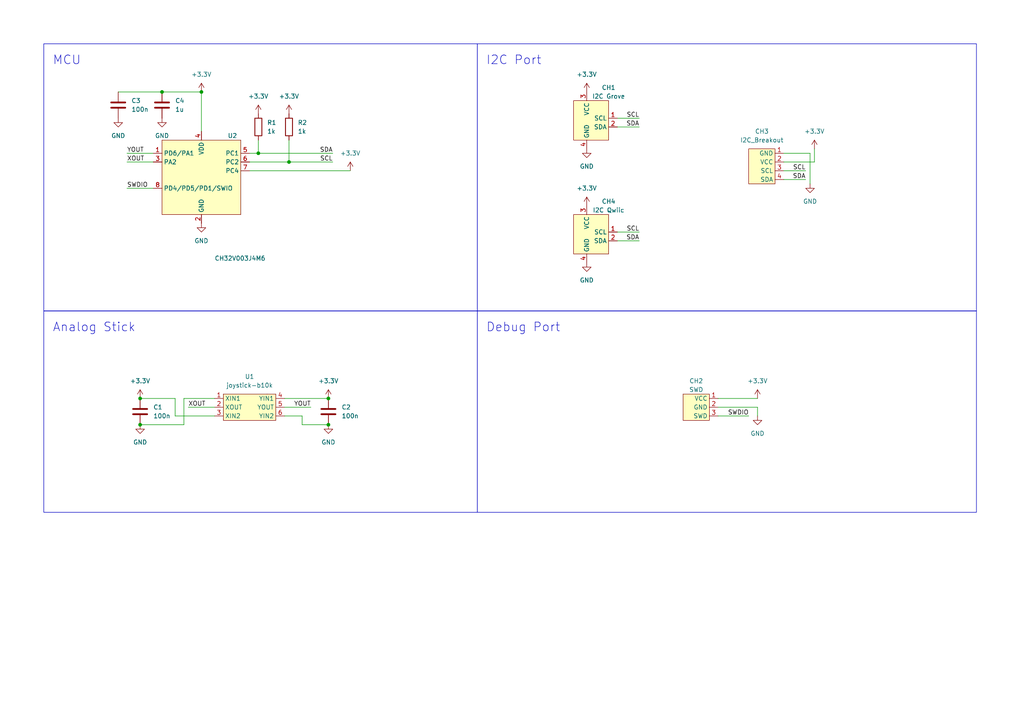
<source format=kicad_sch>
(kicad_sch (version 20231120) (generator "eeschema") (generator_version "8.0")
  (paper "A4")
  (title_block (title "StickPointV") (date "2024-01-06") (rev "1.1.0") (company "74th"))
  (lib_symbols
    (symbol "$74th:I2C_Breakout"
      (property "Reference" "CH" (at 0 6.35 0))
      (property "Value" "I2C_Breakout" (at 0 5.08 0))
      (symbol "I2C_Breakout_0_1"
        (rectangle (start -3.81 3.81) (end 3.81 -6.35) (stroke (width 0.1524)) (fill (type background)))
      )
      (symbol "I2C_Breakout_1_1"
        (pin power_in line (at 6.35 2.54 180) (length 2.54) (name "GND") (number "1"))
        (pin power_in line (at 6.35 0 180) (length 2.54) (name "VCC") (number "2"))
        (pin input line (at 6.35 -2.54 180) (length 2.54) (name "SCL") (number "3"))
        (pin bidirectional line (at 6.35 -5.08 180) (length 2.54) (name "SDA") (number "4"))
      )
    )
    (symbol "$74th:SWD_1Wire"
      (property "Reference" "CH" (at 0 3.81 0))
      (property "Value" "SWD" (at 0 6.35 0))
      (symbol "SWD_1Wire_0_1"
        (rectangle (start -3.81 2.54) (end 3.81 -5.08) (stroke (width 0.1524)) (fill (type background)))
      )
      (symbol "SWD_1Wire_1_1"
        (pin power_out line (at 6.35 1.27 180) (length 2.54) (name "VCC") (number "1"))
        (pin power_out line (at 6.35 -1.27 180) (length 2.54) (name "GND") (number "2"))
        (pin bidirectional line (at 6.35 -3.81 180) (length 2.54) (name "SWD") (number "3"))
      )
    )
    (symbol "$74th:joystick-b10k"
      (property "Reference" "U" (at 0 6.35 0))
      (property "Value" "joystick-b10k" (at 0 8.89 0))
      (symbol "joystick-b10k_0_1"
        (rectangle (start -7.62 5.08) (end 7.62 -2.54) (stroke (width 0.1524)) (fill (type background)))
        (rectangle (start 5.08 5.08) (end 5.08 5.08) (stroke (width 0.1524)))
      )
      (symbol "joystick-b10k_1_1"
        (pin input line (at -10.16 3.81 0) (length 2.54) (name "XIN1") (number "1"))
        (pin output line (at -10.16 1.27 0) (length 2.54) (name "XOUT") (number "2"))
        (pin input line (at -10.16 -1.27 0) (length 2.54) (name "XIN2") (number "3"))
        (pin input line (at 10.16 3.81 180) (length 2.54) (name "YIN1") (number "4"))
        (pin output line (at 10.16 1.27 180) (length 2.54) (name "YOUT") (number "5"))
        (pin input line (at 10.16 -1.27 180) (length 2.54) (name "YIN2") (number "6"))
      )
    )
    (symbol "74th_Interface:I2C_Grove_Device-Side"
      (property "Reference" "CH" (at -7.62 1.27 0))
      (property "Value" "I2C_Grove_Device-Side" (at -7.62 -1.27 0))
      (symbol "I2C_Grove_Device-Side_0_1"
        (rectangle (start -6.35 6.35) (end 3.81 -5.08) (stroke (width 0.1524)) (fill (type background)))
      )
      (symbol "I2C_Grove_Device-Side_1_1"
        (pin input line (at 6.35 1.27 180) (length 2.54) (name "SCL") (number "1"))
        (pin bidirectional line (at 6.35 -1.27 180) (length 2.54) (name "SDA") (number "2"))
        (pin power_out line (at -2.54 8.89 270) (length 2.54) (name "VCC") (number "3"))
        (pin power_out line (at -2.54 -7.62 90) (length 2.54) (name "GND") (number "4"))
      )
    )
    (symbol "74th_Interface:I2C_Qwiic_Device-Side"
      (property "Reference" "CH" (at -7.62 1.27 0))
      (property "Value" "Qwiic" (at -7.62 -1.27 0))
      (symbol "I2C_Qwiic_Device-Side_0_1"
        (rectangle (start -6.35 6.35) (end 3.81 -5.08) (stroke (width 0.1524)) (fill (type background)))
      )
      (symbol "I2C_Qwiic_Device-Side_1_1"
        (pin input line (at 6.35 1.27 180) (length 2.54) (name "SCL") (number "1"))
        (pin bidirectional line (at 6.35 -1.27 180) (length 2.54) (name "SDA") (number "2"))
        (pin power_out line (at -2.54 8.89 270) (length 2.54) (name "VCC") (number "3"))
        (pin power_out line (at -2.54 -7.62 90) (length 2.54) (name "GND") (number "4"))
      )
    )
    (symbol "74th_MCU:CH32V003J4M6"
      (property "Reference" "U" (at -11.43 25.4 0))
      (property "Value" "CH32V003J4M6" (at 8.89 25.4 0))
      (symbol "CH32V003J4M6_0_1"
        (rectangle (start -11.43 24.13) (end 11.43 2.54) (stroke (width 0.1524)) (fill (type background)))
      )
      (symbol "CH32V003J4M6_1_1"
        (pin bidirectional line (at -13.97 20.32 0) (length 2.54) (name "PD6/PA1") (number "1"))
        (pin power_in line (at 0 0 90) (length 2.54) (name "GND") (number "2"))
        (pin bidirectional line (at -13.97 17.78 0) (length 2.54) (name "PA2") (number "3"))
        (pin power_in line (at 0 26.67 270) (length 2.54) (name "VDD") (number "4"))
        (pin bidirectional line (at 13.97 20.32 180) (length 2.54) (name "PC1") (number "5"))
        (pin bidirectional line (at 13.97 17.78 180) (length 2.54) (name "PC2") (number "6"))
        (pin bidirectional line (at 13.97 15.24 180) (length 2.54) (name "PC4") (number "7"))
        (pin bidirectional line (at -13.97 10.16 0) (length 2.54) (name "PD4/PD5/PD1/SWIO") (number "8"))
      )
    )
    (symbol "Device:C" (pin_numbers hide) (pin_names (offset 0.254))
      (property "Reference" "C" (at 0.635 2.54 0))
      (property "Value" "C" (at 0.635 -2.54 0))
      (symbol "C_0_1"
        (polyline (pts (xy -2.032 -0.762) (xy 2.032 -0.762)) (stroke (width 0.508)))
        (polyline (pts (xy -2.032 0.762) (xy 2.032 0.762)) (stroke (width 0.508)))
      )
      (symbol "C_1_1"
        (pin passive line (at 0 3.81 270) (length 2.794) (name "~") (number "1"))
        (pin passive line (at 0 -3.81 90) (length 2.794) (name "~") (number "2"))
      )
    )
    (symbol "Device:R" (pin_numbers hide) (pin_names (offset 0))
      (property "Reference" "R" (at 2.032 0 90))
      (property "Value" "R" (at 0 0 90))
      (symbol "R_0_1"
        (rectangle (start -1.016 -2.54) (end 1.016 2.54) (stroke (width 0.254)))
      )
      (symbol "R_1_1"
        (pin passive line (at 0 3.81 270) (length 1.27) (name "~") (number "1"))
        (pin passive line (at 0 -3.81 90) (length 1.27) (name "~") (number "2"))
      )
    )
    (symbol "power:+3.3V" (power) (pin_names (offset 0))
      (property "Value" "+3.3V" (at 0 3.556 0))
      (symbol "+3.3V_0_1"
        (polyline (pts (xy -0.762 1.27) (xy 0 2.54)))
        (polyline (pts (xy 0 0) (xy 0 2.54)))
        (polyline (pts (xy 0 2.54) (xy 0.762 1.27)))
      )
      (symbol "+3.3V_1_1"
        (pin power_in line (at 0 0 90) (length 0) hide (name "+3.3V") (number "1"))
      )
    )
    (symbol "power:GND" (power) (pin_names (offset 0))
      (property "Value" "GND" (at 0 -3.81 0))
      (symbol "GND_0_1"
        (polyline (pts (xy 0 0) (xy 0 -1.27) (xy 1.27 -1.27) (xy 0 -2.54) (xy -1.27 -1.27) (xy 0 -1.27)))
      )
      (symbol "GND_1_1"
        (pin power_in line (at 0 0 270) (length 0) hide (name "GND") (number "1"))
      )
    )
  )
  (junction (at 95.25 123.19))
  (junction (at 46.99 26.67))
  (junction (at 58.42 26.67))
  (junction (at 95.25 115.57))
  (junction (at 40.64 123.19))
  (junction (at 74.93 44.45))
  (junction (at 83.82 46.99))
  (junction (at 40.64 115.57))
  (wire (pts (xy 58.42 26.67) (xy 46.99 26.67)))
  (wire (pts (xy 227.33 52.07) (xy 233.68 52.07)))
  (wire (pts (xy 62.23 120.65) (xy 50.8 120.65)))
  (wire (pts (xy 53.34 115.57) (xy 53.34 123.19)))
  (wire (pts (xy 87.63 123.19) (xy 95.25 123.19)))
  (wire (pts (xy 36.83 54.61) (xy 44.45 54.61)))
  (wire (pts (xy 40.64 115.57) (xy 50.8 115.57)))
  (wire (pts (xy 83.82 40.64) (xy 83.82 46.99)))
  (wire (pts (xy 34.29 26.67) (xy 46.99 26.67)))
  (wire (pts (xy 179.07 69.85) (xy 185.42 69.85)))
  (wire (pts (xy 82.55 115.57) (xy 95.25 115.57)))
  (wire (pts (xy 234.95 44.45) (xy 227.33 44.45)))
  (wire (pts (xy 74.93 40.64) (xy 74.93 44.45)))
  (wire (pts (xy 87.63 120.65) (xy 87.63 123.19)))
  (wire (pts (xy 58.42 26.67) (xy 58.42 38.1)))
  (wire (pts (xy 234.95 53.34) (xy 234.95 44.45)))
  (wire (pts (xy 62.23 115.57) (xy 53.34 115.57)))
  (wire (pts (xy 227.33 46.99) (xy 236.22 46.99)))
  (wire (pts (xy 40.64 123.19) (xy 53.34 123.19)))
  (wire (pts (xy 50.8 115.57) (xy 50.8 120.65)))
  (wire (pts (xy 82.55 118.11) (xy 90.17 118.11)))
  (wire (pts (xy 54.61 118.11) (xy 62.23 118.11)))
  (wire (pts (xy 83.82 46.99) (xy 72.39 46.99)))
  (wire (pts (xy 36.83 44.45) (xy 44.45 44.45)))
  (wire (pts (xy 219.71 118.11) (xy 219.71 120.65)))
  (wire (pts (xy 236.22 46.99) (xy 236.22 43.18)))
  (wire (pts (xy 82.55 120.65) (xy 87.63 120.65)))
  (wire (pts (xy 179.07 36.83) (xy 185.42 36.83)))
  (wire (pts (xy 208.28 115.57) (xy 219.71 115.57)))
  (wire (pts (xy 96.52 46.99) (xy 83.82 46.99)))
  (wire (pts (xy 74.93 44.45) (xy 72.39 44.45)))
  (wire (pts (xy 36.83 46.99) (xy 44.45 46.99)))
  (wire (pts (xy 179.07 67.31) (xy 185.42 67.31)))
  (wire (pts (xy 208.28 118.11) (xy 219.71 118.11)))
  (wire (pts (xy 179.07 34.29) (xy 185.42 34.29)))
  (wire (pts (xy 208.28 120.65) (xy 217.17 120.65)))
  (wire (pts (xy 96.52 44.45) (xy 74.93 44.45)))
  (wire (pts (xy 227.33 49.53) (xy 233.68 49.53)))
  (wire (pts (xy 101.6 49.53) (xy 72.39 49.53)))
  (rectangle (start 138.43 12.7) (end 283.21 90.17))
  (rectangle (start 138.43 90.17) (end 283.21 148.59))
  (rectangle (start 12.7 90.17) (end 138.43 148.59))
  (rectangle (start 12.7 12.7) (end 138.43 90.17))
  (text "Debug Port" (at 140.97 96.52 0) (effects (font (size 2.54 2.54)) (justify left bottom)))
  (text "I2C Port" (at 140.97 19.05 0) (effects (font (size 2.54 2.54)) (justify left bottom)))
  (text "MCU" (at 15.24 19.05 0) (effects (font (size 2.54 2.54)) (justify left bottom)))
  (text "Analog Stick" (at 15.24 96.52 0) (effects (font (size 2.54 2.54)) (justify left bottom)))
  (label "SCL" (at 96.52 46.99 180))
  (label "SCL" (at 185.42 67.31 180))
  (label "SDA" (at 233.68 52.07 180))
  (label "XOUT" (at 36.83 46.99 0))
  (label "YOUT" (at 90.17 118.11 180))
  (label "XOUT" (at 54.61 118.11 0))
  (label "SWDIO" (at 217.17 120.65 180))
  (label "YOUT" (at 36.83 44.45 0))
  (label "SWDIO" (at 36.83 54.61 0))
  (label "SCL" (at 185.42 34.29 180))
  (label "SDA" (at 185.42 36.83 180))
  (label "SDA" (at 185.42 69.85 180))
  (label "SCL" (at 233.68 49.53 180))
  (label "SDA" (at 96.52 44.45 180))
  (symbol (lib_id "Device:C") (at 34.29 30.48 0) (unit 1)
    (property "Reference" "C3" (at 38.1 29.2099 0) (effects (justify left)))
    (property "Value" "100n" (at 38.1 31.7499 0) (effects (justify left)))
    (property "Footprint" "74th:Capacitor_0603_1608" (effects (hide yes)))
  )
  (symbol (lib_id "Device:C") (at 46.99 30.48 0) (unit 1)
    (property "Reference" "C4" (at 50.8 29.2099 0) (effects (justify left)))
    (property "Value" "1u" (at 50.8 31.7499 0) (effects (justify left)))
    (property "Footprint" "74th:Capacitor_0603_1608" (effects (hide yes)))
  )
  (symbol (lib_id "power:GND") (at 219.71 120.65 0) (unit 1)
    (property "Reference" "#PWR012" (effects (hide yes)))
    (property "Value" "GND" (at 219.71 125.73 0))
  )
  (symbol (lib_id "power:+3.3V") (at 40.64 115.57 0) (unit 1)
    (property "Reference" "#PWR01" (effects (hide yes)))
    (property "Value" "+3.3V" (at 40.64 110.49 0))
  )
  (symbol (lib_id "74th_Interface:I2C_Grove_Device-Side") (at 172.72 35.56 0) (unit 1)
    (property "Reference" "CH1" (at 176.53 25.4 0))
    (property "Value" "I2C Grove" (at 176.53 27.94 0))
    (property "Footprint" "74th:Connector_HY-2.0_SMD_4Pin" (effects (hide yes)))
  )
  (symbol (lib_id "Device:R") (at 74.93 36.83 0) (unit 1)
    (property "Reference" "R1" (at 77.47 35.56 0) (effects (justify left)))
    (property "Value" "1k" (at 77.47 38.1 0) (effects (justify left)))
    (property "Footprint" "74th:Register_0603_1608" (effects (hide yes)))
  )
  (symbol (lib_id "$74th:SWD_1Wire") (at 201.93 116.84 0) (unit 1)
    (property "Reference" "CH2" (at 201.93 110.49 0))
    (property "Value" "SWD" (at 201.93 113.03 0))
    (property "Footprint" "74th:PinOut_SWD_3Pin" (effects (hide yes)))
  )
  (symbol (lib_id "74th_Interface:I2C_Qwiic_Device-Side") (at 172.72 68.58 0) (unit 1)
    (property "Reference" "CH4" (at 176.53 58.42 0))
    (property "Value" "I2C Qwiic" (at 176.53 60.96 0))
    (property "Footprint" "74th:Connector_SH-1.0_SMD_4Pin" (effects (hide yes)))
  )
  (symbol (lib_id "Device:C") (at 95.25 119.38 0) (unit 1)
    (property "Reference" "C2" (at 99.06 118.1099 0) (effects (justify left)))
    (property "Value" "100n" (at 99.06 120.6499 0) (effects (justify left)))
    (property "Footprint" "74th:Capacitor_0603_1608" (effects (hide yes)))
  )
  (symbol (lib_id "power:GND") (at 34.29 34.29 0) (unit 1)
    (property "Reference" "#PWR08" (effects (hide yes)))
    (property "Value" "GND" (at 34.29 39.37 0))
  )
  (symbol (lib_id "power:+3.3V") (at 170.18 59.69 0) (unit 1)
    (property "Reference" "#PWR018" (effects (hide yes)))
    (property "Value" "+3.3V" (at 170.18 54.61 0))
  )
  (symbol (lib_id "power:+3.3V") (at 58.42 26.67 0) (unit 1)
    (property "Reference" "#PWR06" (effects (hide yes)))
    (property "Value" "+3.3V" (at 58.42 21.59 0))
  )
  (symbol (lib_id "$74th:I2C_Breakout") (at 220.98 46.99 0) (unit 1)
    (property "Reference" "CH3" (at 220.98 38.1 0))
    (property "Value" "I2C_Breakout" (at 220.98 40.64 0))
    (property "Footprint" "74th:PinOut_I2C_4Pin" (effects (hide yes)))
  )
  (symbol (lib_id "power:GND") (at 95.25 123.19 0) (unit 1)
    (property "Reference" "#PWR04" (effects (hide yes)))
    (property "Value" "GND" (at 95.25 128.27 0))
  )
  (symbol (lib_id "power:+3.3V") (at 170.18 26.67 0) (unit 1)
    (property "Reference" "#PWR05" (effects (hide yes)))
    (property "Value" "+3.3V" (at 170.18 21.59 0))
  )
  (symbol (lib_id "74th_MCU:CH32V003J4M6") (at 58.42 64.77 0) (unit 1)
    (property "Reference" "U2" (at 66.04 39.37 0) (effects (justify left)))
    (property "Value" "CH32V003J4M6" (at 62.23 74.93 0) (effects (justify left)))
    (property "Footprint" "Package_SO:SOIC-8_3.9x4.9mm_P1.27mm" (effects (hide yes)))
  )
  (symbol (lib_id "power:+3.3V") (at 236.22 43.18 0) (unit 1)
    (property "Reference" "#PWR011" (effects (hide yes)))
    (property "Value" "+3.3V" (at 236.22 38.1 0))
  )
  (symbol (lib_id "power:GND") (at 170.18 43.18 0) (unit 1)
    (property "Reference" "#PWR07" (effects (hide yes)))
    (property "Value" "GND" (at 170.18 48.26 0))
  )
  (symbol (lib_id "power:+3.3V") (at 74.93 33.02 0) (unit 1)
    (property "Reference" "#PWR017" (effects (hide yes)))
    (property "Value" "+3.3V" (at 74.93 27.94 0))
  )
  (symbol (lib_id "power:GND") (at 40.64 123.19 0) (unit 1)
    (property "Reference" "#PWR03" (effects (hide yes)))
    (property "Value" "GND" (at 40.64 128.27 0))
  )
  (symbol (lib_id "$74th:joystick-b10k") (at 72.39 119.38 0) (unit 1)
    (property "Reference" "U1" (at 72.39 109.22 0))
    (property "Value" "joystick-b10k" (at 72.39 111.76 0))
    (property "Footprint" "74th:JoyStick_B10K" (effects (hide yes)))
  )
  (symbol (lib_id "power:+3.3V") (at 101.6 49.53 0) (unit 1)
    (property "Reference" "#PWR013" (effects (hide yes)))
    (property "Value" "+3.3V" (at 101.6 44.45 0))
  )
  (symbol (lib_id "power:+3.3V") (at 83.82 33.02 0) (unit 1)
    (property "Reference" "#PWR016" (effects (hide yes)))
    (property "Value" "+3.3V" (at 83.82 27.94 0))
  )
  (symbol (lib_id "power:GND") (at 234.95 53.34 0) (unit 1)
    (property "Reference" "#PWR014" (effects (hide yes)))
    (property "Value" "GND" (at 234.95 58.42 0))
  )
  (symbol (lib_id "Device:R") (at 83.82 36.83 0) (unit 1)
    (property "Reference" "R2" (at 86.36 35.56 0) (effects (justify left)))
    (property "Value" "1k" (at 86.36 38.1 0) (effects (justify left)))
    (property "Footprint" "74th:Register_0603_1608" (effects (hide yes)))
  )
  (symbol (lib_id "power:GND") (at 58.42 64.77 0) (unit 1)
    (property "Reference" "#PWR015" (effects (hide yes)))
    (property "Value" "GND" (at 58.42 69.85 0))
  )
  (symbol (lib_id "power:+3.3V") (at 95.25 115.57 0) (unit 1)
    (property "Reference" "#PWR02" (effects (hide yes)))
    (property "Value" "+3.3V" (at 95.25 110.49 0))
  )
  (symbol (lib_id "power:GND") (at 46.99 34.29 0) (unit 1)
    (property "Reference" "#PWR09" (effects (hide yes)))
    (property "Value" "GND" (at 46.99 39.37 0))
  )
  (symbol (lib_id "power:+3.3V") (at 219.71 115.57 0) (unit 1)
    (property "Reference" "#PWR010" (effects (hide yes)))
    (property "Value" "+3.3V" (at 219.71 110.49 0))
  )
  (symbol (lib_id "Device:C") (at 40.64 119.38 0) (unit 1)
    (property "Reference" "C1" (at 44.45 118.1099 0) (effects (justify left)))
    (property "Value" "100n" (at 44.45 120.6499 0) (effects (justify left)))
    (property "Footprint" "74th:Capacitor_0603_1608" (effects (hide yes)))
  )
  (symbol (lib_id "power:GND") (at 170.18 76.2 0) (unit 1)
    (property "Reference" "#PWR019" (effects (hide yes)))
    (property "Value" "GND" (at 170.18 81.28 0))
  )
)
</source>
